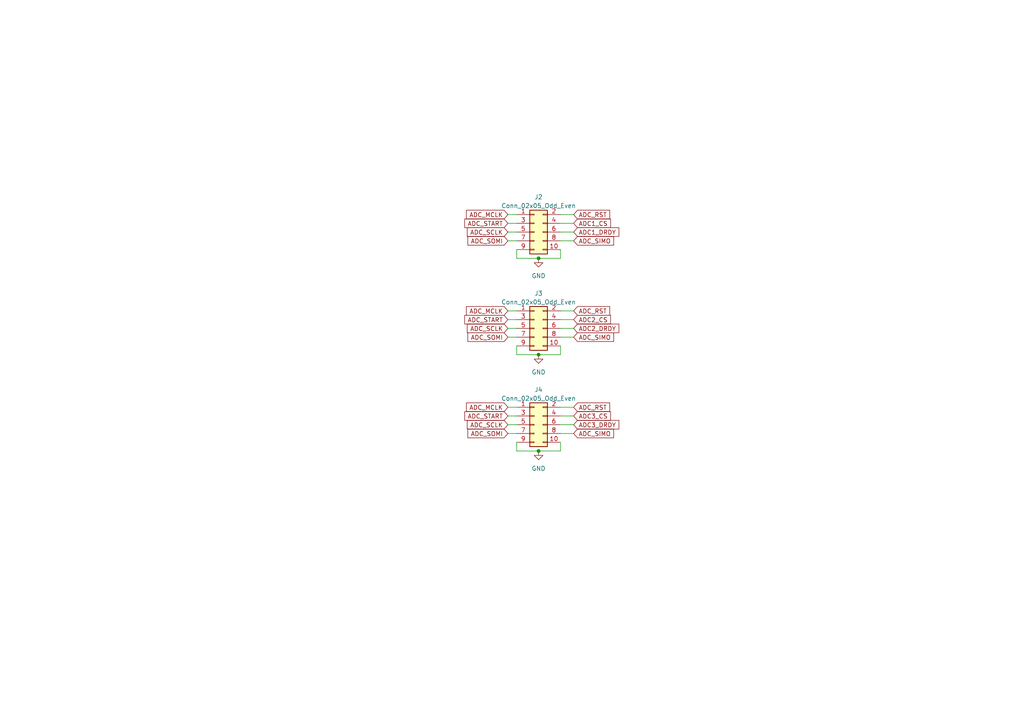
<source format=kicad_sch>
(kicad_sch (version 20230121) (generator eeschema)
  (paper "A4")
  (title_block (rev "0.1") (comment 1 "By Thimira Asurapmudalige"))
  (lib_symbols
    (symbol "Connector_Generic:Conn_02x05_Odd_Even" (pin_names (offset 1.016) hide)
      (property "Reference" "J" (at 1.27 7.62 0))
      (property "Value" "Conn_02x05_Odd_Even" (at 1.27 -7.62 0))
      (symbol "Conn_02x05_Odd_Even_1_1"
        (rectangle (start -1.27 -4.953) (end 0 -5.207) (stroke (width 0.1524)))
        (rectangle (start -1.27 -2.413) (end 0 -2.667) (stroke (width 0.1524)))
        (rectangle (start -1.27 0.127) (end 0 -0.127) (stroke (width 0.1524)))
        (rectangle (start -1.27 2.667) (end 0 2.413) (stroke (width 0.1524)))
        (rectangle (start -1.27 5.207) (end 0 4.953) (stroke (width 0.1524)))
        (rectangle (start -1.27 6.35) (end 3.81 -6.35) (stroke (width 0.254)) (fill (type background)))
        (rectangle (start 3.81 -4.953) (end 2.54 -5.207) (stroke (width 0.1524)))
        (rectangle (start 3.81 -2.413) (end 2.54 -2.667) (stroke (width 0.1524)))
        (rectangle (start 3.81 0.127) (end 2.54 -0.127) (stroke (width 0.1524)))
        (rectangle (start 3.81 2.667) (end 2.54 2.413) (stroke (width 0.1524)))
        (rectangle (start 3.81 5.207) (end 2.54 4.953) (stroke (width 0.1524)))
        (pin passive line (at -5.08 5.08 0) (length 3.81) (name "Pin_1") (number "1"))
        (pin passive line (at 7.62 -5.08 180) (length 3.81) (name "Pin_10") (number "10"))
        (pin passive line (at 7.62 5.08 180) (length 3.81) (name "Pin_2") (number "2"))
        (pin passive line (at -5.08 2.54 0) (length 3.81) (name "Pin_3") (number "3"))
        (pin passive line (at 7.62 2.54 180) (length 3.81) (name "Pin_4") (number "4"))
        (pin passive line (at -5.08 0 0) (length 3.81) (name "Pin_5") (number "5"))
        (pin passive line (at 7.62 0 180) (length 3.81) (name "Pin_6") (number "6"))
        (pin passive line (at -5.08 -2.54 0) (length 3.81) (name "Pin_7") (number "7"))
        (pin passive line (at 7.62 -2.54 180) (length 3.81) (name "Pin_8") (number "8"))
        (pin passive line (at -5.08 -5.08 0) (length 3.81) (name "Pin_9") (number "9"))
      )
    )
    (symbol "power:GND" (power) (pin_names (offset 0))
      (property "Value" "GND" (at 0 -3.81 0))
      (symbol "GND_0_1"
        (polyline (pts (xy 0 0) (xy 0 -1.27) (xy 1.27 -1.27) (xy 0 -2.54) (xy -1.27 -1.27) (xy 0 -1.27)))
      )
      (symbol "GND_1_1"
        (pin power_in line (at 0 0 270) (length 0) hide (name "GND") (number "1"))
      )
    )
  )
  (junction (at 156.21 74.93))
  (junction (at 156.21 130.81))
  (junction (at 156.21 102.87))
  (wire (pts (xy 166.37 64.77) (xy 162.56 64.77)))
  (wire (pts (xy 166.37 95.25) (xy 162.56 95.25)))
  (wire (pts (xy 166.37 97.79) (xy 162.56 97.79)))
  (wire (pts (xy 166.37 62.23) (xy 162.56 62.23)))
  (wire (pts (xy 149.86 74.93) (xy 156.21 74.93)))
  (wire (pts (xy 166.37 118.11) (xy 162.56 118.11)))
  (wire (pts (xy 162.56 130.81) (xy 156.21 130.81)))
  (wire (pts (xy 166.37 123.19) (xy 162.56 123.19)))
  (wire (pts (xy 149.86 130.81) (xy 156.21 130.81)))
  (wire (pts (xy 147.32 120.65) (xy 149.86 120.65)))
  (wire (pts (xy 149.86 102.87) (xy 156.21 102.87)))
  (wire (pts (xy 147.32 118.11) (xy 149.86 118.11)))
  (wire (pts (xy 166.37 120.65) (xy 162.56 120.65)))
  (wire (pts (xy 147.32 64.77) (xy 149.86 64.77)))
  (wire (pts (xy 147.32 62.23) (xy 149.86 62.23)))
  (wire (pts (xy 166.37 69.85) (xy 162.56 69.85)))
  (wire (pts (xy 147.32 92.71) (xy 149.86 92.71)))
  (wire (pts (xy 162.56 128.27) (xy 162.56 130.81)))
  (wire (pts (xy 147.32 67.31) (xy 149.86 67.31)))
  (wire (pts (xy 149.86 72.39) (xy 149.86 74.93)))
  (wire (pts (xy 149.86 100.33) (xy 149.86 102.87)))
  (wire (pts (xy 147.32 97.79) (xy 149.86 97.79)))
  (wire (pts (xy 149.86 128.27) (xy 149.86 130.81)))
  (wire (pts (xy 166.37 67.31) (xy 162.56 67.31)))
  (wire (pts (xy 166.37 90.17) (xy 162.56 90.17)))
  (wire (pts (xy 166.37 92.71) (xy 162.56 92.71)))
  (wire (pts (xy 166.37 125.73) (xy 162.56 125.73)))
  (wire (pts (xy 147.32 69.85) (xy 149.86 69.85)))
  (wire (pts (xy 147.32 125.73) (xy 149.86 125.73)))
  (wire (pts (xy 147.32 95.25) (xy 149.86 95.25)))
  (wire (pts (xy 162.56 72.39) (xy 162.56 74.93)))
  (wire (pts (xy 162.56 74.93) (xy 156.21 74.93)))
  (wire (pts (xy 162.56 102.87) (xy 156.21 102.87)))
  (wire (pts (xy 147.32 123.19) (xy 149.86 123.19)))
  (wire (pts (xy 162.56 100.33) (xy 162.56 102.87)))
  (wire (pts (xy 147.32 90.17) (xy 149.86 90.17)))
  (global_label "ADC_RST" (shape input) (at 166.37 62.23 0) (property "Intersheetrefs" "${INTERSHEET_REFS}" (effects hide)))
  (global_label "ADC2_DRDY" (shape input) (at 166.37 95.25 0) (property "Intersheetrefs" "${INTERSHEET_REFS}" (effects hide)))
  (global_label "ADC_SOMI" (shape input) (at 147.32 125.73 180) (property "Intersheetrefs" "${INTERSHEET_REFS}" (effects hide)))
  (global_label "ADC1_DRDY" (shape input) (at 166.37 67.31 0) (property "Intersheetrefs" "${INTERSHEET_REFS}" (effects hide)))
  (global_label "ADC_SIMO" (shape input) (at 166.37 125.73 0) (property "Intersheetrefs" "${INTERSHEET_REFS}" (effects hide)))
  (global_label "ADC_MCLK" (shape input) (at 147.32 118.11 180) (property "Intersheetrefs" "${INTERSHEET_REFS}" (effects hide)))
  (global_label "ADC_RST" (shape input) (at 166.37 90.17 0) (property "Intersheetrefs" "${INTERSHEET_REFS}" (effects hide)))
  (global_label "ADC_MCLK" (shape input) (at 147.32 62.23 180) (property "Intersheetrefs" "${INTERSHEET_REFS}" (effects hide)))
  (global_label "ADC1_CS" (shape input) (at 166.37 64.77 0) (property "Intersheetrefs" "${INTERSHEET_REFS}" (effects hide)))
  (global_label "ADC3_DRDY" (shape input) (at 166.37 123.19 0) (property "Intersheetrefs" "${INTERSHEET_REFS}" (effects hide)))
  (global_label "ADC2_CS" (shape input) (at 166.37 92.71 0) (property "Intersheetrefs" "${INTERSHEET_REFS}" (effects hide)))
  (global_label "ADC_SCLK" (shape input) (at 147.32 95.25 180) (property "Intersheetrefs" "${INTERSHEET_REFS}" (effects hide)))
  (global_label "ADC_SOMI" (shape input) (at 147.32 69.85 180) (property "Intersheetrefs" "${INTERSHEET_REFS}" (effects hide)))
  (global_label "ADC_SCLK" (shape input) (at 147.32 123.19 180) (property "Intersheetrefs" "${INTERSHEET_REFS}" (effects hide)))
  (global_label "ADC_START" (shape input) (at 147.32 120.65 180) (property "Intersheetrefs" "${INTERSHEET_REFS}" (effects hide)))
  (global_label "ADC_MCLK" (shape input) (at 147.32 90.17 180) (property "Intersheetrefs" "${INTERSHEET_REFS}" (effects hide)))
  (global_label "ADC_SIMO" (shape input) (at 166.37 69.85 0) (property "Intersheetrefs" "${INTERSHEET_REFS}" (effects hide)))
  (global_label "ADC_START" (shape input) (at 147.32 64.77 180) (property "Intersheetrefs" "${INTERSHEET_REFS}" (effects hide)))
  (global_label "ADC_RST" (shape input) (at 166.37 118.11 0) (property "Intersheetrefs" "${INTERSHEET_REFS}" (effects hide)))
  (global_label "ADC3_CS" (shape input) (at 166.37 120.65 0) (property "Intersheetrefs" "${INTERSHEET_REFS}" (effects hide)))
  (global_label "ADC_SCLK" (shape input) (at 147.32 67.31 180) (property "Intersheetrefs" "${INTERSHEET_REFS}" (effects hide)))
  (global_label "ADC_START" (shape input) (at 147.32 92.71 180) (property "Intersheetrefs" "${INTERSHEET_REFS}" (effects hide)))
  (global_label "ADC_SOMI" (shape input) (at 147.32 97.79 180) (property "Intersheetrefs" "${INTERSHEET_REFS}" (effects hide)))
  (global_label "ADC_SIMO" (shape input) (at 166.37 97.79 0) (property "Intersheetrefs" "${INTERSHEET_REFS}" (effects hide)))
  (symbol (lib_id "power:GND") (at 156.21 74.93 0) (unit 1)
    (property "Reference" "#PWR09" (effects hide))
    (property "Value" "GND" (at 156.21 80.01 0))
  )
  (symbol (lib_id "Connector_Generic:Conn_02x05_Odd_Even") (at 154.94 67.31 0) (unit 1)
    (property "Reference" "J2" (at 156.21 57.15 0))
    (property "Value" "Conn_02x05_Odd_Even" (at 156.21 59.69 0))
  )
  (symbol (lib_id "power:GND") (at 156.21 130.81 0) (unit 1)
    (property "Reference" "#PWR011" (effects hide))
    (property "Value" "GND" (at 156.21 135.89 0))
  )
  (symbol (lib_id "Connector_Generic:Conn_02x05_Odd_Even") (at 154.94 95.25 0) (unit 1)
    (property "Reference" "J3" (at 156.21 85.09 0))
    (property "Value" "Conn_02x05_Odd_Even" (at 156.21 87.63 0))
  )
  (symbol (lib_id "Connector_Generic:Conn_02x05_Odd_Even") (at 154.94 123.19 0) (unit 1)
    (property "Reference" "J4" (at 156.21 113.03 0))
    (property "Value" "Conn_02x05_Odd_Even" (at 156.21 115.57 0))
  )
  (symbol (lib_id "power:GND") (at 156.21 102.87 0) (unit 1)
    (property "Reference" "#PWR010" (effects hide))
    (property "Value" "GND" (at 156.21 107.95 0))
  )
)
</source>
